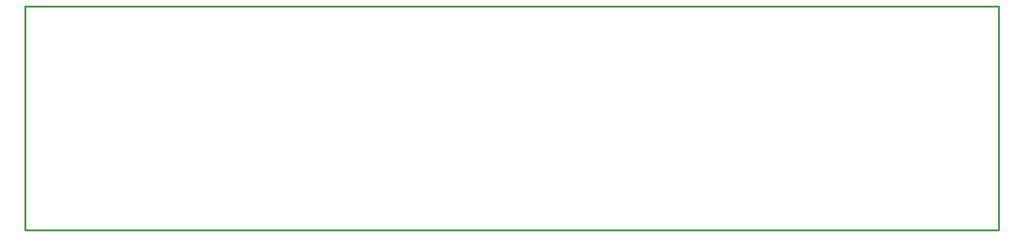
<source format=gm1>
%TF.GenerationSoftware,KiCad,Pcbnew,7.0.6*%
%TF.CreationDate,2023-08-01T17:13:06-04:00*%
%TF.ProjectId,arena_06-inf_national-instruments,6172656e-615f-4303-962d-696e665f6e61,v0.1*%
%TF.SameCoordinates,Original*%
%TF.FileFunction,Profile,NP*%
%FSLAX46Y46*%
G04 Gerber Fmt 4.6, Leading zero omitted, Abs format (unit mm)*
G04 Created by KiCad (PCBNEW 7.0.6) date 2023-08-01 17:13:06*
%MOMM*%
%LPD*%
G01*
G04 APERTURE LIST*
%TA.AperFunction,Profile*%
%ADD10C,0.500000*%
%TD*%
G04 APERTURE END LIST*
D10*
X40000000Y-50000000D02*
X40000000Y-110000000D01*
X40000000Y-50000000D02*
X300000000Y-50000000D01*
X40000000Y-110000000D02*
X300000000Y-110000000D01*
X300000000Y-50000000D02*
X300000000Y-110000000D01*
M02*

</source>
